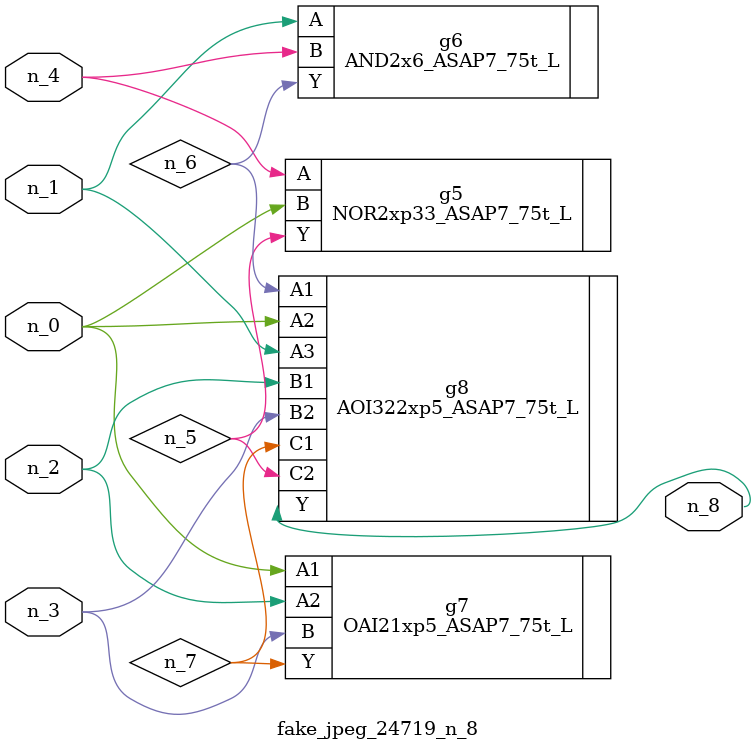
<source format=v>
module fake_jpeg_24719_n_8 (n_3, n_2, n_1, n_0, n_4, n_8);

input n_3;
input n_2;
input n_1;
input n_0;
input n_4;

output n_8;

wire n_6;
wire n_5;
wire n_7;

NOR2xp33_ASAP7_75t_L g5 ( 
.A(n_4),
.B(n_0),
.Y(n_5)
);

AND2x6_ASAP7_75t_L g6 ( 
.A(n_1),
.B(n_4),
.Y(n_6)
);

OAI21xp5_ASAP7_75t_L g7 ( 
.A1(n_0),
.A2(n_2),
.B(n_3),
.Y(n_7)
);

AOI322xp5_ASAP7_75t_L g8 ( 
.A1(n_6),
.A2(n_0),
.A3(n_1),
.B1(n_2),
.B2(n_3),
.C1(n_7),
.C2(n_5),
.Y(n_8)
);


endmodule
</source>
